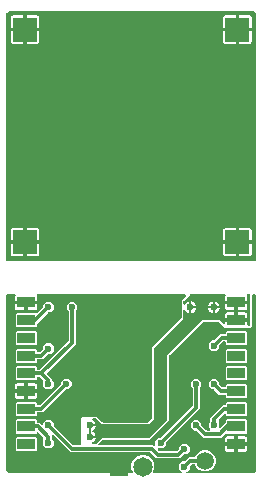
<source format=gbr>
G04 EAGLE Gerber X2 export*
G75*
%MOMM*%
%FSLAX34Y34*%
%LPD*%
%AMOC8*
5,1,8,0,0,1.08239X$1,22.5*%
G01*
%ADD10R,1.485000X0.900000*%
%ADD11C,1.650000*%
%ADD12R,1.650000X1.650000*%
%ADD13C,1.500000*%
%ADD14C,0.750000*%
%ADD15C,0.700000*%
%ADD16R,2.000000X2.000000*%
%ADD17C,0.600000*%
%ADD18C,0.304800*%

G36*
X215020Y274242D02*
X215020Y274242D01*
X215039Y274240D01*
X215141Y274262D01*
X215243Y274279D01*
X215260Y274288D01*
X215280Y274292D01*
X215369Y274345D01*
X215460Y274394D01*
X215474Y274408D01*
X215491Y274418D01*
X215558Y274497D01*
X215630Y274572D01*
X215638Y274590D01*
X215651Y274605D01*
X215690Y274701D01*
X215733Y274795D01*
X215735Y274815D01*
X215743Y274833D01*
X215761Y275000D01*
X215761Y483245D01*
X215751Y483310D01*
X215750Y483375D01*
X215727Y483455D01*
X215722Y483488D01*
X215712Y483505D01*
X215703Y483537D01*
X215672Y483612D01*
X215637Y483667D01*
X215612Y483727D01*
X215560Y483793D01*
X215542Y483821D01*
X215527Y483833D01*
X215507Y483858D01*
X213858Y485507D01*
X213805Y485545D01*
X213759Y485591D01*
X213685Y485632D01*
X213659Y485651D01*
X213640Y485656D01*
X213612Y485672D01*
X213537Y485703D01*
X213473Y485718D01*
X213412Y485743D01*
X213329Y485752D01*
X213297Y485759D01*
X213278Y485758D01*
X213245Y485761D01*
X6755Y485761D01*
X6690Y485751D01*
X6625Y485750D01*
X6545Y485727D01*
X6512Y485722D01*
X6495Y485712D01*
X6463Y485703D01*
X6388Y485672D01*
X6333Y485637D01*
X6273Y485612D01*
X6207Y485560D01*
X6179Y485542D01*
X6167Y485527D01*
X6142Y485507D01*
X4493Y483858D01*
X4455Y483805D01*
X4409Y483758D01*
X4369Y483685D01*
X4349Y483659D01*
X4344Y483640D01*
X4328Y483611D01*
X4297Y483536D01*
X4282Y483473D01*
X4257Y483412D01*
X4248Y483329D01*
X4241Y483297D01*
X4242Y483278D01*
X4239Y483245D01*
X4239Y275000D01*
X4242Y274980D01*
X4240Y274961D01*
X4262Y274859D01*
X4279Y274757D01*
X4288Y274740D01*
X4292Y274720D01*
X4345Y274631D01*
X4394Y274540D01*
X4408Y274526D01*
X4418Y274509D01*
X4497Y274442D01*
X4572Y274371D01*
X4590Y274362D01*
X4605Y274349D01*
X4701Y274310D01*
X4795Y274267D01*
X4815Y274265D01*
X4833Y274257D01*
X5000Y274239D01*
X215000Y274239D01*
X215020Y274242D01*
G37*
G36*
X110738Y94246D02*
X110738Y94246D01*
X110784Y94244D01*
X110859Y94266D01*
X110936Y94279D01*
X110976Y94300D01*
X111020Y94313D01*
X111084Y94357D01*
X111153Y94394D01*
X111185Y94427D01*
X111222Y94453D01*
X111269Y94516D01*
X111322Y94572D01*
X111342Y94614D01*
X111369Y94650D01*
X111393Y94724D01*
X111426Y94795D01*
X111431Y94841D01*
X111445Y94884D01*
X111445Y94962D01*
X111453Y95039D01*
X111443Y95084D01*
X111443Y95130D01*
X111405Y95262D01*
X111401Y95280D01*
X111398Y95284D01*
X111396Y95291D01*
X110249Y98060D01*
X110249Y101940D01*
X111734Y105523D01*
X114477Y108266D01*
X118060Y109751D01*
X121940Y109751D01*
X125523Y108266D01*
X128266Y105523D01*
X129751Y101940D01*
X129751Y98060D01*
X128604Y95291D01*
X128593Y95247D01*
X128574Y95205D01*
X128565Y95128D01*
X128548Y95052D01*
X128552Y95006D01*
X128547Y94961D01*
X128563Y94884D01*
X128571Y94807D01*
X128589Y94765D01*
X128599Y94720D01*
X128639Y94653D01*
X128671Y94582D01*
X128702Y94548D01*
X128725Y94509D01*
X128784Y94459D01*
X128837Y94401D01*
X128877Y94379D01*
X128912Y94349D01*
X128984Y94320D01*
X129053Y94283D01*
X129098Y94274D01*
X129140Y94257D01*
X129276Y94242D01*
X129295Y94239D01*
X129300Y94240D01*
X129307Y94239D01*
X152558Y94239D01*
X152629Y94250D01*
X152701Y94252D01*
X152750Y94270D01*
X152801Y94279D01*
X152865Y94312D01*
X152932Y94337D01*
X152973Y94369D01*
X153019Y94394D01*
X153068Y94446D01*
X153124Y94490D01*
X153152Y94534D01*
X153188Y94572D01*
X153218Y94637D01*
X153257Y94697D01*
X153270Y94748D01*
X153292Y94795D01*
X153299Y94866D01*
X153317Y94936D01*
X153313Y94988D01*
X153319Y95039D01*
X153303Y95110D01*
X153298Y95181D01*
X153277Y95229D01*
X153266Y95280D01*
X153230Y95341D01*
X153202Y95407D01*
X153157Y95463D01*
X153140Y95491D01*
X153122Y95506D01*
X153097Y95538D01*
X150499Y98136D01*
X150499Y101864D01*
X153136Y104501D01*
X154908Y104501D01*
X154998Y104515D01*
X155089Y104523D01*
X155119Y104535D01*
X155151Y104540D01*
X155231Y104583D01*
X155315Y104619D01*
X155347Y104645D01*
X155368Y104656D01*
X155390Y104679D01*
X155446Y104724D01*
X158747Y108025D01*
X163502Y108025D01*
X163617Y108044D01*
X163733Y108061D01*
X163739Y108063D01*
X163745Y108064D01*
X163847Y108119D01*
X163952Y108172D01*
X163957Y108177D01*
X163962Y108180D01*
X164042Y108264D01*
X164124Y108348D01*
X164128Y108354D01*
X164131Y108358D01*
X164139Y108375D01*
X164205Y108495D01*
X164870Y110099D01*
X167401Y112630D01*
X170710Y114001D01*
X174290Y114001D01*
X177599Y112630D01*
X180130Y110099D01*
X181501Y106790D01*
X181501Y103210D01*
X180130Y99901D01*
X177599Y97370D01*
X174290Y95999D01*
X170710Y95999D01*
X167401Y97370D01*
X164870Y99901D01*
X164205Y101505D01*
X164143Y101605D01*
X164084Y101705D01*
X164079Y101709D01*
X164076Y101714D01*
X163985Y101789D01*
X163897Y101865D01*
X163891Y101867D01*
X163886Y101871D01*
X163778Y101913D01*
X163669Y101957D01*
X163661Y101958D01*
X163657Y101959D01*
X163638Y101960D01*
X163502Y101975D01*
X161568Y101975D01*
X161478Y101961D01*
X161387Y101953D01*
X161357Y101941D01*
X161325Y101936D01*
X161245Y101893D01*
X161161Y101857D01*
X161129Y101831D01*
X161108Y101820D01*
X161086Y101797D01*
X161030Y101752D01*
X159724Y100446D01*
X159671Y100372D01*
X159611Y100303D01*
X159599Y100273D01*
X159580Y100246D01*
X159553Y100159D01*
X159519Y100075D01*
X159515Y100034D01*
X159508Y100011D01*
X159509Y99979D01*
X159501Y99908D01*
X159501Y98136D01*
X156903Y95538D01*
X156861Y95480D01*
X156812Y95428D01*
X156790Y95381D01*
X156760Y95339D01*
X156739Y95270D01*
X156708Y95205D01*
X156703Y95153D01*
X156687Y95103D01*
X156689Y95032D01*
X156681Y94961D01*
X156692Y94910D01*
X156694Y94858D01*
X156718Y94790D01*
X156734Y94720D01*
X156760Y94676D01*
X156778Y94627D01*
X156823Y94571D01*
X156860Y94509D01*
X156899Y94475D01*
X156932Y94435D01*
X156992Y94396D01*
X157047Y94349D01*
X157095Y94330D01*
X157139Y94302D01*
X157208Y94284D01*
X157275Y94257D01*
X157346Y94249D01*
X157377Y94241D01*
X157401Y94243D01*
X157442Y94239D01*
X213245Y94239D01*
X213310Y94249D01*
X213375Y94250D01*
X213455Y94273D01*
X213488Y94279D01*
X213505Y94288D01*
X213536Y94297D01*
X213611Y94328D01*
X213667Y94362D01*
X213727Y94388D01*
X213792Y94440D01*
X213820Y94457D01*
X213833Y94472D01*
X213858Y94493D01*
X215507Y96142D01*
X215545Y96195D01*
X215591Y96241D01*
X215631Y96315D01*
X215651Y96341D01*
X215656Y96360D01*
X215672Y96388D01*
X215703Y96464D01*
X215718Y96527D01*
X215743Y96588D01*
X215752Y96671D01*
X215759Y96703D01*
X215758Y96722D01*
X215761Y96755D01*
X215761Y245000D01*
X215758Y245020D01*
X215760Y245039D01*
X215738Y245141D01*
X215722Y245243D01*
X215712Y245260D01*
X215708Y245280D01*
X215655Y245369D01*
X215606Y245460D01*
X215592Y245474D01*
X215582Y245491D01*
X215503Y245558D01*
X215428Y245630D01*
X215410Y245638D01*
X215395Y245651D01*
X215299Y245690D01*
X215205Y245733D01*
X215185Y245735D01*
X215167Y245743D01*
X215000Y245761D01*
X213024Y245761D01*
X213004Y245758D01*
X212985Y245760D01*
X212883Y245738D01*
X212781Y245722D01*
X212764Y245712D01*
X212744Y245708D01*
X212655Y245655D01*
X212564Y245606D01*
X212550Y245592D01*
X212533Y245582D01*
X212466Y245503D01*
X212394Y245428D01*
X212386Y245410D01*
X212373Y245395D01*
X212334Y245299D01*
X212291Y245205D01*
X212289Y245185D01*
X212281Y245167D01*
X212263Y245000D01*
X212263Y219063D01*
X210937Y217737D01*
X189063Y217737D01*
X187514Y219286D01*
X185538Y221262D01*
X184286Y222514D01*
X184212Y222567D01*
X184142Y222627D01*
X184112Y222639D01*
X184086Y222658D01*
X183999Y222685D01*
X183914Y222719D01*
X183873Y222723D01*
X183851Y222730D01*
X183819Y222729D01*
X183747Y222737D01*
X171253Y222737D01*
X171162Y222723D01*
X171072Y222715D01*
X171042Y222703D01*
X171010Y222698D01*
X170929Y222655D01*
X170845Y222619D01*
X170813Y222593D01*
X170792Y222582D01*
X170770Y222559D01*
X170714Y222514D01*
X142486Y194286D01*
X142433Y194212D01*
X142373Y194142D01*
X142361Y194112D01*
X142342Y194086D01*
X142315Y193999D01*
X142281Y193914D01*
X142277Y193873D01*
X142270Y193851D01*
X142271Y193819D01*
X142263Y193747D01*
X142263Y139063D01*
X125937Y122737D01*
X86253Y122737D01*
X86162Y122723D01*
X86072Y122715D01*
X86042Y122703D01*
X86010Y122698D01*
X85929Y122655D01*
X85845Y122619D01*
X85813Y122593D01*
X85792Y122582D01*
X85770Y122559D01*
X85714Y122514D01*
X82524Y119324D01*
X82482Y119266D01*
X82433Y119214D01*
X82411Y119167D01*
X82381Y119125D01*
X82360Y119056D01*
X82329Y118991D01*
X82324Y118939D01*
X82308Y118889D01*
X82310Y118818D01*
X82302Y118747D01*
X82313Y118696D01*
X82315Y118644D01*
X82339Y118576D01*
X82355Y118506D01*
X82381Y118461D01*
X82399Y118413D01*
X82444Y118357D01*
X82481Y118295D01*
X82520Y118261D01*
X82553Y118221D01*
X82613Y118182D01*
X82668Y118135D01*
X82716Y118116D01*
X82760Y118088D01*
X82829Y118070D01*
X82896Y118043D01*
X82967Y118035D01*
X82998Y118027D01*
X83022Y118029D01*
X83063Y118025D01*
X128753Y118025D01*
X129200Y117578D01*
X129258Y117536D01*
X129310Y117487D01*
X129357Y117465D01*
X129399Y117434D01*
X129468Y117413D01*
X129533Y117383D01*
X129585Y117377D01*
X129635Y117362D01*
X129706Y117364D01*
X129777Y117356D01*
X129828Y117367D01*
X129880Y117368D01*
X129948Y117393D01*
X130018Y117408D01*
X130063Y117435D01*
X130111Y117453D01*
X130167Y117498D01*
X130229Y117534D01*
X130263Y117574D01*
X130303Y117606D01*
X130342Y117667D01*
X130389Y117721D01*
X130408Y117770D01*
X130436Y117813D01*
X130454Y117883D01*
X130481Y117949D01*
X130489Y118021D01*
X130497Y118052D01*
X130495Y118075D01*
X130499Y118116D01*
X130499Y121864D01*
X133136Y124501D01*
X134908Y124501D01*
X134998Y124515D01*
X135089Y124523D01*
X135119Y124535D01*
X135151Y124540D01*
X135231Y124583D01*
X135315Y124619D01*
X135347Y124645D01*
X135368Y124656D01*
X135390Y124679D01*
X135446Y124724D01*
X161752Y151030D01*
X161805Y151104D01*
X161865Y151173D01*
X161877Y151203D01*
X161896Y151230D01*
X161923Y151317D01*
X161957Y151401D01*
X161961Y151442D01*
X161968Y151465D01*
X161967Y151497D01*
X161975Y151568D01*
X161975Y166344D01*
X161961Y166434D01*
X161953Y166525D01*
X161941Y166555D01*
X161936Y166587D01*
X161893Y166668D01*
X161857Y166752D01*
X161831Y166784D01*
X161820Y166805D01*
X161797Y166827D01*
X161752Y166883D01*
X160499Y168136D01*
X160499Y171864D01*
X163136Y174501D01*
X166864Y174501D01*
X169501Y171864D01*
X169501Y168136D01*
X168248Y166883D01*
X168195Y166809D01*
X168135Y166739D01*
X168123Y166709D01*
X168104Y166683D01*
X168077Y166596D01*
X168043Y166511D01*
X168039Y166470D01*
X168032Y166448D01*
X168033Y166416D01*
X168025Y166344D01*
X168025Y148747D01*
X139724Y120446D01*
X139671Y120372D01*
X139611Y120303D01*
X139599Y120273D01*
X139580Y120246D01*
X139553Y120159D01*
X139519Y120075D01*
X139515Y120034D01*
X139508Y120011D01*
X139509Y119979D01*
X139501Y119908D01*
X139501Y118136D01*
X136864Y115499D01*
X133116Y115499D01*
X133045Y115488D01*
X132974Y115486D01*
X132925Y115468D01*
X132873Y115460D01*
X132810Y115426D01*
X132743Y115401D01*
X132702Y115369D01*
X132656Y115344D01*
X132607Y115292D01*
X132551Y115248D01*
X132523Y115204D01*
X132487Y115166D01*
X132456Y115101D01*
X132418Y115041D01*
X132405Y114990D01*
X132383Y114943D01*
X132375Y114872D01*
X132358Y114802D01*
X132362Y114750D01*
X132356Y114699D01*
X132371Y114628D01*
X132377Y114557D01*
X132397Y114509D01*
X132408Y114458D01*
X132445Y114397D01*
X132473Y114331D01*
X132518Y114275D01*
X132534Y114247D01*
X132552Y114232D01*
X132578Y114200D01*
X133530Y113248D01*
X133604Y113195D01*
X133673Y113135D01*
X133703Y113123D01*
X133730Y113104D01*
X133817Y113077D01*
X133901Y113043D01*
X133942Y113039D01*
X133965Y113032D01*
X133997Y113033D01*
X134068Y113025D01*
X148432Y113025D01*
X148522Y113039D01*
X148613Y113047D01*
X148643Y113059D01*
X148675Y113064D01*
X148755Y113107D01*
X148839Y113143D01*
X148871Y113169D01*
X148892Y113180D01*
X148914Y113203D01*
X148970Y113248D01*
X150276Y114554D01*
X150329Y114628D01*
X150389Y114697D01*
X150401Y114727D01*
X150420Y114754D01*
X150447Y114841D01*
X150481Y114925D01*
X150485Y114966D01*
X150492Y114989D01*
X150491Y115021D01*
X150499Y115092D01*
X150499Y116864D01*
X153136Y119501D01*
X156864Y119501D01*
X159501Y116864D01*
X159501Y113136D01*
X156864Y110499D01*
X155092Y110499D01*
X155002Y110485D01*
X154911Y110477D01*
X154881Y110465D01*
X154849Y110460D01*
X154769Y110417D01*
X154685Y110381D01*
X154653Y110355D01*
X154632Y110344D01*
X154610Y110321D01*
X154554Y110276D01*
X151253Y106975D01*
X131247Y106975D01*
X129252Y108970D01*
X126470Y111752D01*
X126396Y111805D01*
X126327Y111865D01*
X126297Y111877D01*
X126270Y111896D01*
X126183Y111923D01*
X126099Y111957D01*
X126058Y111961D01*
X126035Y111968D01*
X126003Y111967D01*
X125932Y111975D01*
X58747Y111975D01*
X56752Y113970D01*
X44324Y126398D01*
X44266Y126440D01*
X44214Y126489D01*
X44167Y126511D01*
X44125Y126542D01*
X44056Y126563D01*
X43991Y126593D01*
X43939Y126599D01*
X43889Y126614D01*
X43818Y126612D01*
X43747Y126620D01*
X43696Y126609D01*
X43644Y126608D01*
X43576Y126583D01*
X43506Y126568D01*
X43462Y126541D01*
X43413Y126523D01*
X43357Y126478D01*
X43295Y126442D01*
X43261Y126402D01*
X43221Y126370D01*
X43182Y126309D01*
X43135Y126255D01*
X43116Y126206D01*
X43088Y126163D01*
X43070Y126093D01*
X43043Y126027D01*
X43035Y125955D01*
X43027Y125924D01*
X43029Y125901D01*
X43025Y125860D01*
X43025Y123656D01*
X43039Y123566D01*
X43047Y123475D01*
X43059Y123445D01*
X43064Y123413D01*
X43107Y123332D01*
X43143Y123248D01*
X43169Y123216D01*
X43180Y123195D01*
X43203Y123173D01*
X43248Y123117D01*
X44501Y121864D01*
X44501Y118136D01*
X41864Y115499D01*
X38136Y115499D01*
X35538Y118097D01*
X35499Y118136D01*
X35499Y121864D01*
X35538Y121903D01*
X35586Y121970D01*
X35593Y121977D01*
X35595Y121981D01*
X35651Y122047D01*
X35663Y122077D01*
X35682Y122103D01*
X35709Y122190D01*
X35743Y122275D01*
X35747Y122316D01*
X35754Y122338D01*
X35753Y122370D01*
X35761Y122442D01*
X35761Y124646D01*
X35747Y124736D01*
X35739Y124827D01*
X35727Y124857D01*
X35722Y124889D01*
X35679Y124969D01*
X35643Y125053D01*
X35617Y125085D01*
X35606Y125106D01*
X35583Y125128D01*
X35538Y125184D01*
X31300Y129422D01*
X31242Y129464D01*
X31190Y129513D01*
X31143Y129535D01*
X31101Y129566D01*
X31032Y129587D01*
X30967Y129617D01*
X30915Y129623D01*
X30865Y129638D01*
X30794Y129636D01*
X30723Y129644D01*
X30672Y129633D01*
X30620Y129632D01*
X30552Y129607D01*
X30482Y129592D01*
X30438Y129565D01*
X30389Y129547D01*
X30333Y129502D01*
X30271Y129466D01*
X30237Y129426D01*
X30197Y129394D01*
X30158Y129333D01*
X30111Y129279D01*
X30092Y129230D01*
X30064Y129187D01*
X30046Y129117D01*
X30019Y129051D01*
X30011Y128979D01*
X30003Y128948D01*
X30005Y128925D01*
X30001Y128884D01*
X30001Y128878D01*
X29122Y127999D01*
X13028Y127999D01*
X12149Y128878D01*
X12149Y139122D01*
X13028Y140001D01*
X29122Y140001D01*
X30001Y139122D01*
X30001Y137786D01*
X30004Y137766D01*
X30002Y137747D01*
X30024Y137645D01*
X30040Y137543D01*
X30050Y137526D01*
X30054Y137506D01*
X30107Y137417D01*
X30156Y137326D01*
X30170Y137312D01*
X30180Y137295D01*
X30259Y137228D01*
X30334Y137156D01*
X30352Y137148D01*
X30367Y137135D01*
X30463Y137096D01*
X30557Y137053D01*
X30577Y137051D01*
X30595Y137043D01*
X30762Y137025D01*
X32253Y137025D01*
X34200Y135078D01*
X34258Y135036D01*
X34310Y134987D01*
X34357Y134965D01*
X34399Y134934D01*
X34468Y134913D01*
X34533Y134883D01*
X34585Y134877D01*
X34635Y134862D01*
X34706Y134864D01*
X34777Y134856D01*
X34828Y134867D01*
X34880Y134868D01*
X34948Y134893D01*
X35018Y134908D01*
X35063Y134935D01*
X35111Y134953D01*
X35167Y134998D01*
X35229Y135034D01*
X35263Y135074D01*
X35303Y135106D01*
X35342Y135167D01*
X35389Y135221D01*
X35408Y135270D01*
X35436Y135313D01*
X35454Y135383D01*
X35481Y135449D01*
X35489Y135521D01*
X35497Y135552D01*
X35495Y135575D01*
X35499Y135616D01*
X35499Y136864D01*
X35538Y136903D01*
X38136Y139501D01*
X41864Y139501D01*
X44501Y136864D01*
X44501Y135092D01*
X44515Y135002D01*
X44523Y134911D01*
X44535Y134881D01*
X44540Y134849D01*
X44583Y134769D01*
X44619Y134685D01*
X44645Y134653D01*
X44656Y134632D01*
X44679Y134610D01*
X44724Y134554D01*
X61030Y118248D01*
X61104Y118195D01*
X61173Y118135D01*
X61203Y118123D01*
X61230Y118104D01*
X61317Y118077D01*
X61401Y118043D01*
X61442Y118039D01*
X61465Y118032D01*
X61497Y118033D01*
X61568Y118025D01*
X66976Y118025D01*
X66996Y118028D01*
X67015Y118026D01*
X67117Y118048D01*
X67219Y118064D01*
X67236Y118074D01*
X67256Y118078D01*
X67345Y118131D01*
X67436Y118180D01*
X67450Y118194D01*
X67467Y118204D01*
X67534Y118283D01*
X67606Y118358D01*
X67614Y118376D01*
X67627Y118391D01*
X67666Y118487D01*
X67709Y118581D01*
X67711Y118601D01*
X67719Y118619D01*
X67737Y118786D01*
X67737Y140937D01*
X69063Y142263D01*
X80937Y142263D01*
X85714Y137486D01*
X85788Y137433D01*
X85858Y137373D01*
X85888Y137361D01*
X85914Y137342D01*
X86001Y137315D01*
X86086Y137281D01*
X86127Y137277D01*
X86149Y137270D01*
X86181Y137271D01*
X86253Y137263D01*
X123747Y137263D01*
X123838Y137277D01*
X123928Y137285D01*
X123958Y137297D01*
X123990Y137302D01*
X124071Y137345D01*
X124155Y137381D01*
X124187Y137407D01*
X124208Y137418D01*
X124230Y137441D01*
X124286Y137486D01*
X127514Y140714D01*
X127567Y140788D01*
X127627Y140858D01*
X127639Y140888D01*
X127658Y140914D01*
X127685Y141001D01*
X127719Y141086D01*
X127723Y141127D01*
X127730Y141149D01*
X127729Y141181D01*
X127737Y141253D01*
X127737Y200937D01*
X152514Y225714D01*
X152567Y225788D01*
X152627Y225858D01*
X152639Y225888D01*
X152658Y225914D01*
X152685Y226001D01*
X152719Y226086D01*
X152723Y226127D01*
X152730Y226149D01*
X152729Y226181D01*
X152737Y226253D01*
X152737Y240937D01*
X156262Y244462D01*
X156304Y244520D01*
X156353Y244572D01*
X156375Y244619D01*
X156405Y244661D01*
X156426Y244730D01*
X156457Y244795D01*
X156462Y244847D01*
X156478Y244897D01*
X156476Y244968D01*
X156484Y245039D01*
X156473Y245090D01*
X156471Y245142D01*
X156447Y245210D01*
X156431Y245280D01*
X156405Y245324D01*
X156387Y245373D01*
X156342Y245429D01*
X156305Y245491D01*
X156266Y245525D01*
X156233Y245565D01*
X156173Y245604D01*
X156118Y245651D01*
X156070Y245670D01*
X156026Y245698D01*
X155957Y245716D01*
X155890Y245743D01*
X155819Y245751D01*
X155788Y245759D01*
X155764Y245757D01*
X155723Y245761D01*
X30823Y245761D01*
X30729Y245746D01*
X30634Y245737D01*
X30608Y245726D01*
X30580Y245722D01*
X30496Y245677D01*
X30409Y245639D01*
X30388Y245620D01*
X30363Y245606D01*
X30298Y245537D01*
X30227Y245473D01*
X30213Y245449D01*
X30194Y245428D01*
X30154Y245342D01*
X30107Y245258D01*
X30102Y245231D01*
X30090Y245205D01*
X30080Y245110D01*
X30062Y245017D01*
X30066Y244989D01*
X30063Y244961D01*
X30083Y244867D01*
X30097Y244773D01*
X30111Y244741D01*
X30115Y244720D01*
X30132Y244692D01*
X30164Y244619D01*
X30364Y244272D01*
X30501Y243763D01*
X30501Y240523D01*
X21837Y240523D01*
X21817Y240520D01*
X21798Y240522D01*
X21696Y240500D01*
X21594Y240483D01*
X21577Y240474D01*
X21557Y240470D01*
X21468Y240417D01*
X21377Y240368D01*
X21363Y240354D01*
X21346Y240344D01*
X21279Y240265D01*
X21208Y240190D01*
X21199Y240172D01*
X21186Y240157D01*
X21147Y240061D01*
X21104Y239967D01*
X21102Y239947D01*
X21094Y239929D01*
X21076Y239762D01*
X21076Y238999D01*
X21074Y238999D01*
X21074Y239762D01*
X21071Y239782D01*
X21073Y239801D01*
X21051Y239903D01*
X21034Y240005D01*
X21025Y240022D01*
X21021Y240042D01*
X20968Y240131D01*
X20919Y240222D01*
X20905Y240236D01*
X20895Y240253D01*
X20816Y240320D01*
X20741Y240391D01*
X20723Y240400D01*
X20708Y240413D01*
X20612Y240452D01*
X20518Y240495D01*
X20498Y240497D01*
X20480Y240505D01*
X20313Y240523D01*
X11649Y240523D01*
X11649Y243763D01*
X11786Y244272D01*
X11986Y244619D01*
X12020Y244709D01*
X12060Y244795D01*
X12063Y244823D01*
X12073Y244849D01*
X12077Y244945D01*
X12087Y245039D01*
X12081Y245067D01*
X12082Y245095D01*
X12055Y245187D01*
X12035Y245280D01*
X12020Y245304D01*
X12012Y245331D01*
X11957Y245409D01*
X11909Y245491D01*
X11887Y245509D01*
X11871Y245532D01*
X11794Y245589D01*
X11722Y245651D01*
X11695Y245661D01*
X11673Y245678D01*
X11582Y245707D01*
X11493Y245743D01*
X11458Y245747D01*
X11438Y245753D01*
X11406Y245753D01*
X11327Y245761D01*
X5000Y245761D01*
X4980Y245758D01*
X4961Y245760D01*
X4859Y245738D01*
X4757Y245722D01*
X4740Y245712D01*
X4720Y245708D01*
X4631Y245655D01*
X4540Y245606D01*
X4526Y245592D01*
X4509Y245582D01*
X4442Y245503D01*
X4371Y245428D01*
X4362Y245410D01*
X4349Y245395D01*
X4310Y245299D01*
X4267Y245205D01*
X4265Y245185D01*
X4257Y245167D01*
X4239Y245000D01*
X4239Y96755D01*
X4249Y96690D01*
X4250Y96625D01*
X4273Y96545D01*
X4279Y96512D01*
X4288Y96495D01*
X4297Y96464D01*
X4328Y96389D01*
X4362Y96333D01*
X4388Y96273D01*
X4440Y96208D01*
X4457Y96180D01*
X4472Y96167D01*
X4493Y96142D01*
X6142Y94493D01*
X6195Y94455D01*
X6242Y94409D01*
X6315Y94368D01*
X6341Y94349D01*
X6360Y94344D01*
X6389Y94328D01*
X6464Y94297D01*
X6528Y94282D01*
X6588Y94257D01*
X6671Y94248D01*
X6703Y94241D01*
X6723Y94242D01*
X6755Y94239D01*
X110693Y94239D01*
X110738Y94246D01*
G37*
G36*
X80090Y119254D02*
X80090Y119254D01*
X80181Y119261D01*
X80211Y119273D01*
X80243Y119279D01*
X80323Y119321D01*
X80407Y119357D01*
X80439Y119383D01*
X80460Y119394D01*
X80482Y119417D01*
X80538Y119462D01*
X85315Y124239D01*
X125000Y124239D01*
X125090Y124254D01*
X125181Y124261D01*
X125211Y124273D01*
X125243Y124279D01*
X125323Y124321D01*
X125407Y124357D01*
X125439Y124383D01*
X125460Y124394D01*
X125482Y124417D01*
X125538Y124462D01*
X140538Y139462D01*
X140591Y139536D01*
X140651Y139605D01*
X140663Y139635D01*
X140682Y139661D01*
X140709Y139748D01*
X140743Y139833D01*
X140747Y139874D01*
X140754Y139897D01*
X140753Y139929D01*
X140761Y140000D01*
X140761Y194685D01*
X170315Y224239D01*
X184685Y224239D01*
X188200Y220724D01*
X188258Y220682D01*
X188310Y220632D01*
X188357Y220611D01*
X188399Y220580D01*
X188468Y220559D01*
X188533Y220529D01*
X188585Y220523D01*
X188635Y220508D01*
X188706Y220510D01*
X188777Y220502D01*
X188828Y220513D01*
X188880Y220514D01*
X188948Y220539D01*
X189018Y220554D01*
X189063Y220581D01*
X189111Y220599D01*
X189167Y220643D01*
X189229Y220680D01*
X189263Y220720D01*
X189303Y220752D01*
X189342Y220813D01*
X189389Y220867D01*
X189408Y220915D01*
X189436Y220959D01*
X189454Y221029D01*
X189481Y221095D01*
X189489Y221167D01*
X189497Y221198D01*
X189495Y221221D01*
X189499Y221262D01*
X189499Y222477D01*
X198163Y222477D01*
X198183Y222480D01*
X198202Y222478D01*
X198304Y222500D01*
X198406Y222517D01*
X198423Y222526D01*
X198443Y222530D01*
X198532Y222583D01*
X198623Y222632D01*
X198637Y222646D01*
X198654Y222656D01*
X198721Y222735D01*
X198792Y222810D01*
X198801Y222828D01*
X198814Y222843D01*
X198853Y222939D01*
X198896Y223033D01*
X198898Y223053D01*
X198906Y223071D01*
X198924Y223238D01*
X198924Y224001D01*
X198926Y224001D01*
X198926Y223238D01*
X198929Y223218D01*
X198927Y223199D01*
X198949Y223097D01*
X198966Y222995D01*
X198975Y222978D01*
X198979Y222958D01*
X199032Y222869D01*
X199081Y222778D01*
X199095Y222764D01*
X199105Y222747D01*
X199184Y222680D01*
X199259Y222609D01*
X199277Y222600D01*
X199292Y222587D01*
X199388Y222548D01*
X199482Y222505D01*
X199502Y222503D01*
X199520Y222495D01*
X199687Y222477D01*
X208351Y222477D01*
X208351Y220000D01*
X208354Y219980D01*
X208352Y219961D01*
X208374Y219859D01*
X208390Y219757D01*
X208400Y219740D01*
X208404Y219720D01*
X208457Y219631D01*
X208506Y219540D01*
X208520Y219526D01*
X208530Y219509D01*
X208609Y219442D01*
X208684Y219371D01*
X208702Y219362D01*
X208717Y219349D01*
X208813Y219310D01*
X208907Y219267D01*
X208927Y219265D01*
X208945Y219257D01*
X209112Y219239D01*
X210000Y219239D01*
X210020Y219242D01*
X210039Y219240D01*
X210141Y219262D01*
X210243Y219279D01*
X210260Y219288D01*
X210280Y219292D01*
X210369Y219345D01*
X210460Y219394D01*
X210474Y219408D01*
X210491Y219418D01*
X210558Y219497D01*
X210630Y219572D01*
X210638Y219590D01*
X210651Y219605D01*
X210690Y219701D01*
X210733Y219795D01*
X210735Y219815D01*
X210743Y219833D01*
X210761Y220000D01*
X210761Y245000D01*
X210758Y245020D01*
X210760Y245039D01*
X210738Y245141D01*
X210722Y245243D01*
X210712Y245260D01*
X210708Y245280D01*
X210655Y245369D01*
X210606Y245460D01*
X210592Y245474D01*
X210582Y245491D01*
X210503Y245558D01*
X210428Y245630D01*
X210410Y245638D01*
X210395Y245651D01*
X210299Y245690D01*
X210205Y245733D01*
X210185Y245735D01*
X210167Y245743D01*
X210000Y245761D01*
X208673Y245761D01*
X208579Y245746D01*
X208484Y245737D01*
X208458Y245726D01*
X208430Y245722D01*
X208346Y245677D01*
X208259Y245639D01*
X208238Y245620D01*
X208213Y245606D01*
X208148Y245537D01*
X208077Y245473D01*
X208063Y245449D01*
X208044Y245428D01*
X208004Y245342D01*
X207957Y245258D01*
X207952Y245231D01*
X207940Y245205D01*
X207930Y245110D01*
X207912Y245017D01*
X207916Y244989D01*
X207913Y244961D01*
X207933Y244867D01*
X207947Y244773D01*
X207961Y244741D01*
X207965Y244720D01*
X207982Y244692D01*
X208014Y244619D01*
X208214Y244272D01*
X208351Y243763D01*
X208351Y240523D01*
X199687Y240523D01*
X199667Y240520D01*
X199648Y240522D01*
X199546Y240500D01*
X199444Y240483D01*
X199427Y240474D01*
X199407Y240470D01*
X199318Y240417D01*
X199227Y240368D01*
X199213Y240354D01*
X199196Y240344D01*
X199129Y240265D01*
X199058Y240190D01*
X199049Y240172D01*
X199036Y240157D01*
X198997Y240061D01*
X198954Y239967D01*
X198952Y239947D01*
X198944Y239929D01*
X198926Y239762D01*
X198926Y238999D01*
X198924Y238999D01*
X198924Y239762D01*
X198921Y239782D01*
X198923Y239801D01*
X198901Y239903D01*
X198884Y240005D01*
X198875Y240022D01*
X198871Y240042D01*
X198818Y240131D01*
X198769Y240222D01*
X198755Y240236D01*
X198745Y240253D01*
X198666Y240320D01*
X198591Y240391D01*
X198573Y240400D01*
X198558Y240413D01*
X198462Y240452D01*
X198368Y240495D01*
X198348Y240497D01*
X198330Y240505D01*
X198163Y240523D01*
X189499Y240523D01*
X189499Y243763D01*
X189636Y244272D01*
X189836Y244619D01*
X189870Y244709D01*
X189910Y244795D01*
X189913Y244823D01*
X189923Y244849D01*
X189927Y244945D01*
X189937Y245039D01*
X189931Y245067D01*
X189932Y245095D01*
X189905Y245187D01*
X189885Y245280D01*
X189870Y245304D01*
X189862Y245331D01*
X189807Y245409D01*
X189759Y245491D01*
X189737Y245509D01*
X189721Y245532D01*
X189644Y245589D01*
X189572Y245651D01*
X189545Y245661D01*
X189523Y245678D01*
X189432Y245707D01*
X189343Y245743D01*
X189308Y245747D01*
X189288Y245753D01*
X189256Y245753D01*
X189177Y245761D01*
X160000Y245761D01*
X159910Y245747D01*
X159819Y245739D01*
X159789Y245727D01*
X159757Y245722D01*
X159677Y245679D01*
X159593Y245643D01*
X159561Y245617D01*
X159540Y245606D01*
X159518Y245583D01*
X159462Y245538D01*
X154462Y240538D01*
X154409Y240464D01*
X154349Y240395D01*
X154337Y240365D01*
X154318Y240339D01*
X154291Y240252D01*
X154257Y240167D01*
X154253Y240126D01*
X154246Y240103D01*
X154247Y240071D01*
X154239Y240000D01*
X154239Y237864D01*
X154247Y237816D01*
X154245Y237768D01*
X154266Y237696D01*
X154279Y237621D01*
X154301Y237579D01*
X154315Y237533D01*
X154358Y237470D01*
X154394Y237404D01*
X154428Y237371D01*
X154456Y237331D01*
X154517Y237286D01*
X154572Y237234D01*
X154615Y237214D01*
X154654Y237186D01*
X154726Y237162D01*
X154795Y237131D01*
X154843Y237125D01*
X154888Y237111D01*
X154964Y237112D01*
X155039Y237103D01*
X155086Y237114D01*
X155134Y237114D01*
X155206Y237140D01*
X155280Y237156D01*
X155321Y237180D01*
X155366Y237196D01*
X155426Y237243D01*
X155491Y237282D01*
X155522Y237318D01*
X155560Y237348D01*
X155636Y237452D01*
X155651Y237469D01*
X155653Y237475D01*
X155659Y237483D01*
X155998Y238071D01*
X156929Y239002D01*
X158070Y239660D01*
X159126Y239943D01*
X159126Y235113D01*
X159129Y235094D01*
X159127Y235074D01*
X159140Y235014D01*
X159126Y234887D01*
X159126Y230057D01*
X158070Y230340D01*
X156929Y230998D01*
X155998Y231929D01*
X155659Y232517D01*
X155629Y232554D01*
X155606Y232596D01*
X155552Y232649D01*
X155504Y232707D01*
X155463Y232733D01*
X155428Y232766D01*
X155359Y232798D01*
X155295Y232838D01*
X155249Y232849D01*
X155205Y232869D01*
X155130Y232878D01*
X155056Y232895D01*
X155008Y232891D01*
X154961Y232897D01*
X154886Y232880D01*
X154811Y232874D01*
X154767Y232854D01*
X154720Y232844D01*
X154655Y232805D01*
X154586Y232775D01*
X154550Y232743D01*
X154509Y232718D01*
X154460Y232660D01*
X154404Y232610D01*
X154380Y232568D01*
X154349Y232531D01*
X154321Y232461D01*
X154284Y232395D01*
X154275Y232348D01*
X154257Y232303D01*
X154243Y232175D01*
X154239Y232153D01*
X154240Y232146D01*
X154239Y232136D01*
X154239Y225315D01*
X129462Y200538D01*
X129409Y200464D01*
X129349Y200395D01*
X129337Y200365D01*
X129318Y200339D01*
X129291Y200252D01*
X129257Y200167D01*
X129253Y200126D01*
X129246Y200103D01*
X129247Y200071D01*
X129239Y200000D01*
X129239Y140315D01*
X124685Y135761D01*
X85315Y135761D01*
X80538Y140538D01*
X80464Y140591D01*
X80395Y140651D01*
X80365Y140663D01*
X80339Y140682D01*
X80252Y140709D01*
X80167Y140743D01*
X80126Y140747D01*
X80103Y140754D01*
X80071Y140753D01*
X80000Y140761D01*
X77864Y140761D01*
X77816Y140754D01*
X77768Y140755D01*
X77696Y140734D01*
X77621Y140722D01*
X77579Y140699D01*
X77533Y140685D01*
X77470Y140642D01*
X77404Y140606D01*
X77371Y140572D01*
X77331Y140544D01*
X77286Y140483D01*
X77234Y140428D01*
X77214Y140385D01*
X77186Y140346D01*
X77163Y140274D01*
X77131Y140205D01*
X77125Y140157D01*
X77111Y140112D01*
X77112Y140036D01*
X77103Y139961D01*
X77114Y139914D01*
X77114Y139866D01*
X77140Y139794D01*
X77156Y139720D01*
X77180Y139679D01*
X77196Y139634D01*
X77243Y139574D01*
X77282Y139509D01*
X77318Y139478D01*
X77348Y139440D01*
X77452Y139364D01*
X77469Y139349D01*
X77475Y139347D01*
X77483Y139341D01*
X78071Y139002D01*
X79002Y138071D01*
X79660Y136930D01*
X79943Y135874D01*
X75113Y135874D01*
X75094Y135871D01*
X75074Y135873D01*
X74972Y135851D01*
X74870Y135835D01*
X74853Y135825D01*
X74833Y135821D01*
X74744Y135768D01*
X74653Y135719D01*
X74639Y135705D01*
X74622Y135695D01*
X74555Y135616D01*
X74484Y135541D01*
X74475Y135523D01*
X74469Y135515D01*
X74427Y135493D01*
X74413Y135479D01*
X74396Y135469D01*
X74329Y135390D01*
X74257Y135315D01*
X74249Y135297D01*
X74236Y135282D01*
X74197Y135185D01*
X74154Y135092D01*
X74152Y135072D01*
X74144Y135054D01*
X74126Y134887D01*
X74126Y125113D01*
X74129Y125094D01*
X74127Y125074D01*
X74149Y124972D01*
X74165Y124870D01*
X74175Y124853D01*
X74179Y124833D01*
X74232Y124744D01*
X74281Y124653D01*
X74295Y124639D01*
X74305Y124622D01*
X74384Y124555D01*
X74459Y124484D01*
X74477Y124475D01*
X74485Y124469D01*
X74507Y124427D01*
X74521Y124413D01*
X74531Y124396D01*
X74610Y124329D01*
X74685Y124257D01*
X74703Y124249D01*
X74718Y124236D01*
X74815Y124197D01*
X74908Y124154D01*
X74928Y124152D01*
X74946Y124144D01*
X75113Y124126D01*
X79943Y124126D01*
X79660Y123070D01*
X79002Y121929D01*
X78071Y120998D01*
X77483Y120659D01*
X77446Y120629D01*
X77404Y120606D01*
X77351Y120552D01*
X77293Y120504D01*
X77267Y120463D01*
X77234Y120428D01*
X77202Y120359D01*
X77162Y120295D01*
X77151Y120249D01*
X77131Y120205D01*
X77122Y120130D01*
X77105Y120056D01*
X77109Y120008D01*
X77103Y119961D01*
X77120Y119886D01*
X77126Y119811D01*
X77146Y119767D01*
X77156Y119720D01*
X77195Y119655D01*
X77225Y119586D01*
X77257Y119550D01*
X77282Y119509D01*
X77340Y119460D01*
X77390Y119404D01*
X77432Y119380D01*
X77469Y119349D01*
X77539Y119321D01*
X77605Y119284D01*
X77652Y119275D01*
X77697Y119257D01*
X77825Y119243D01*
X77847Y119239D01*
X77854Y119240D01*
X77864Y119239D01*
X80000Y119239D01*
X80090Y119254D01*
G37*
%LPC*%
G36*
X171247Y124475D02*
X171247Y124475D01*
X165446Y130276D01*
X165372Y130329D01*
X165303Y130389D01*
X165273Y130401D01*
X165246Y130420D01*
X165159Y130447D01*
X165075Y130481D01*
X165034Y130485D01*
X165011Y130492D01*
X164979Y130491D01*
X164908Y130499D01*
X163136Y130499D01*
X160499Y133136D01*
X160499Y136864D01*
X163136Y139501D01*
X166864Y139501D01*
X169501Y136864D01*
X169501Y135092D01*
X169515Y135002D01*
X169523Y134911D01*
X169535Y134881D01*
X169540Y134849D01*
X169583Y134769D01*
X169619Y134685D01*
X169645Y134653D01*
X169656Y134632D01*
X169679Y134610D01*
X169724Y134554D01*
X173530Y130748D01*
X173604Y130695D01*
X173673Y130635D01*
X173703Y130623D01*
X173730Y130604D01*
X173817Y130577D01*
X173901Y130543D01*
X173942Y130539D01*
X173965Y130532D01*
X173997Y130533D01*
X174068Y130525D01*
X176272Y130525D01*
X176343Y130536D01*
X176415Y130538D01*
X176464Y130556D01*
X176515Y130564D01*
X176579Y130598D01*
X176646Y130623D01*
X176687Y130655D01*
X176733Y130680D01*
X176782Y130732D01*
X176838Y130776D01*
X176866Y130820D01*
X176902Y130858D01*
X176932Y130923D01*
X176971Y130983D01*
X176984Y131034D01*
X177006Y131081D01*
X177013Y131152D01*
X177031Y131222D01*
X177027Y131274D01*
X177033Y131325D01*
X177017Y131396D01*
X177012Y131467D01*
X176992Y131515D01*
X176980Y131566D01*
X176944Y131627D01*
X176916Y131693D01*
X176871Y131749D01*
X176854Y131777D01*
X176836Y131792D01*
X176811Y131824D01*
X175499Y133136D01*
X175499Y136864D01*
X176752Y138117D01*
X176805Y138191D01*
X176865Y138261D01*
X176877Y138291D01*
X176896Y138317D01*
X176923Y138404D01*
X176957Y138489D01*
X176961Y138530D01*
X176968Y138552D01*
X176967Y138584D01*
X176975Y138656D01*
X176975Y141253D01*
X178970Y143248D01*
X185538Y149816D01*
X187747Y152025D01*
X189238Y152025D01*
X189258Y152028D01*
X189277Y152026D01*
X189379Y152048D01*
X189481Y152064D01*
X189498Y152074D01*
X189518Y152078D01*
X189607Y152131D01*
X189698Y152180D01*
X189712Y152194D01*
X189729Y152204D01*
X189796Y152283D01*
X189868Y152358D01*
X189876Y152376D01*
X189889Y152391D01*
X189928Y152487D01*
X189971Y152581D01*
X189973Y152601D01*
X189981Y152619D01*
X189999Y152786D01*
X189999Y154122D01*
X190878Y155001D01*
X206972Y155001D01*
X207851Y154122D01*
X207851Y143878D01*
X206972Y142999D01*
X190878Y142999D01*
X189999Y143878D01*
X189999Y143884D01*
X189988Y143955D01*
X189986Y144026D01*
X189968Y144075D01*
X189960Y144127D01*
X189926Y144190D01*
X189901Y144257D01*
X189869Y144298D01*
X189844Y144344D01*
X189792Y144393D01*
X189748Y144449D01*
X189704Y144478D01*
X189666Y144513D01*
X189601Y144544D01*
X189541Y144582D01*
X189490Y144595D01*
X189443Y144617D01*
X189372Y144625D01*
X189302Y144642D01*
X189250Y144638D01*
X189199Y144644D01*
X189128Y144629D01*
X189057Y144623D01*
X189009Y144603D01*
X188958Y144592D01*
X188897Y144555D01*
X188831Y144527D01*
X188775Y144482D01*
X188747Y144466D01*
X188732Y144448D01*
X188700Y144422D01*
X184462Y140184D01*
X184409Y140110D01*
X184349Y140041D01*
X184337Y140011D01*
X184318Y139984D01*
X184291Y139897D01*
X184257Y139813D01*
X184253Y139772D01*
X184246Y139749D01*
X184247Y139717D01*
X184239Y139646D01*
X184239Y137442D01*
X184254Y137351D01*
X184261Y137261D01*
X184273Y137231D01*
X184279Y137199D01*
X184321Y137118D01*
X184357Y137034D01*
X184383Y137002D01*
X184394Y136981D01*
X184417Y136959D01*
X184462Y136903D01*
X184501Y136864D01*
X184501Y133116D01*
X184512Y133045D01*
X184514Y132974D01*
X184532Y132925D01*
X184540Y132873D01*
X184574Y132810D01*
X184599Y132743D01*
X184631Y132702D01*
X184656Y132656D01*
X184708Y132607D01*
X184752Y132551D01*
X184796Y132522D01*
X184834Y132487D01*
X184899Y132456D01*
X184959Y132418D01*
X185010Y132405D01*
X185057Y132383D01*
X185128Y132375D01*
X185198Y132358D01*
X185250Y132362D01*
X185301Y132356D01*
X185372Y132371D01*
X185443Y132377D01*
X185491Y132397D01*
X185542Y132408D01*
X185603Y132445D01*
X185669Y132473D01*
X185725Y132518D01*
X185753Y132534D01*
X185768Y132552D01*
X185800Y132578D01*
X189776Y136554D01*
X189829Y136628D01*
X189889Y136697D01*
X189901Y136727D01*
X189920Y136754D01*
X189947Y136841D01*
X189981Y136925D01*
X189985Y136966D01*
X189992Y136989D01*
X189991Y137021D01*
X189999Y137092D01*
X189999Y139122D01*
X190878Y140001D01*
X206972Y140001D01*
X207851Y139122D01*
X207851Y128878D01*
X206972Y127999D01*
X190878Y127999D01*
X190866Y128012D01*
X190850Y128023D01*
X190837Y128039D01*
X190750Y128095D01*
X190666Y128155D01*
X190647Y128161D01*
X190630Y128172D01*
X190530Y128197D01*
X190431Y128228D01*
X190411Y128227D01*
X190392Y128232D01*
X190289Y128224D01*
X190185Y128221D01*
X190166Y128214D01*
X190147Y128213D01*
X190052Y128172D01*
X189954Y128137D01*
X189939Y128124D01*
X189920Y128117D01*
X189789Y128012D01*
X188248Y126470D01*
X186253Y124475D01*
X171247Y124475D01*
G37*
%LPD*%
%LPC*%
G36*
X38136Y165499D02*
X38136Y165499D01*
X35538Y168097D01*
X35499Y168136D01*
X35499Y171864D01*
X35538Y171903D01*
X35591Y171977D01*
X35651Y172047D01*
X35663Y172077D01*
X35682Y172103D01*
X35709Y172190D01*
X35743Y172275D01*
X35747Y172316D01*
X35754Y172338D01*
X35753Y172370D01*
X35761Y172442D01*
X35761Y172646D01*
X35757Y172672D01*
X35759Y172687D01*
X35746Y172746D01*
X35739Y172827D01*
X35727Y172857D01*
X35722Y172889D01*
X35710Y172910D01*
X35706Y172927D01*
X35673Y172983D01*
X35643Y173053D01*
X35617Y173085D01*
X35606Y173106D01*
X35590Y173121D01*
X35580Y173138D01*
X35563Y173153D01*
X35538Y173184D01*
X32970Y175752D01*
X32896Y175805D01*
X32827Y175865D01*
X32797Y175877D01*
X32770Y175896D01*
X32683Y175923D01*
X32599Y175957D01*
X32558Y175961D01*
X32535Y175968D01*
X32503Y175967D01*
X32432Y175975D01*
X30762Y175975D01*
X30742Y175972D01*
X30723Y175974D01*
X30621Y175952D01*
X30519Y175936D01*
X30502Y175926D01*
X30482Y175922D01*
X30393Y175869D01*
X30302Y175820D01*
X30288Y175806D01*
X30271Y175796D01*
X30204Y175717D01*
X30132Y175642D01*
X30124Y175624D01*
X30111Y175609D01*
X30072Y175513D01*
X30029Y175419D01*
X30027Y175399D01*
X30019Y175381D01*
X30001Y175214D01*
X30001Y173878D01*
X29122Y172999D01*
X13028Y172999D01*
X12149Y173878D01*
X12149Y184122D01*
X13028Y185001D01*
X29122Y185001D01*
X30001Y184122D01*
X30001Y182786D01*
X30004Y182766D01*
X30002Y182747D01*
X30024Y182645D01*
X30040Y182543D01*
X30050Y182526D01*
X30054Y182506D01*
X30107Y182417D01*
X30156Y182326D01*
X30170Y182312D01*
X30180Y182295D01*
X30259Y182228D01*
X30334Y182156D01*
X30352Y182148D01*
X30367Y182135D01*
X30463Y182096D01*
X30557Y182053D01*
X30577Y182051D01*
X30595Y182043D01*
X30762Y182025D01*
X32432Y182025D01*
X32522Y182039D01*
X32613Y182047D01*
X32643Y182059D01*
X32675Y182064D01*
X32755Y182107D01*
X32839Y182143D01*
X32871Y182169D01*
X32892Y182180D01*
X32914Y182203D01*
X32970Y182248D01*
X35538Y184816D01*
X56752Y206030D01*
X56805Y206104D01*
X56865Y206173D01*
X56877Y206203D01*
X56896Y206230D01*
X56923Y206317D01*
X56957Y206401D01*
X56961Y206442D01*
X56968Y206465D01*
X56967Y206497D01*
X56975Y206568D01*
X56975Y231344D01*
X56961Y231434D01*
X56953Y231525D01*
X56941Y231555D01*
X56936Y231587D01*
X56893Y231668D01*
X56857Y231752D01*
X56831Y231784D01*
X56820Y231805D01*
X56797Y231827D01*
X56752Y231883D01*
X55499Y233136D01*
X55499Y236864D01*
X58136Y239501D01*
X61864Y239501D01*
X64501Y236864D01*
X64501Y233136D01*
X63248Y231883D01*
X63195Y231809D01*
X63135Y231739D01*
X63123Y231709D01*
X63104Y231683D01*
X63077Y231596D01*
X63043Y231511D01*
X63039Y231470D01*
X63032Y231448D01*
X63033Y231416D01*
X63025Y231344D01*
X63025Y203747D01*
X38816Y179538D01*
X38804Y179522D01*
X38789Y179510D01*
X38733Y179422D01*
X38672Y179339D01*
X38667Y179320D01*
X38656Y179303D01*
X38630Y179202D01*
X38600Y179103D01*
X38601Y179084D01*
X38596Y179064D01*
X38604Y178961D01*
X38606Y178858D01*
X38613Y178839D01*
X38615Y178819D01*
X38655Y178724D01*
X38691Y178627D01*
X38703Y178611D01*
X38711Y178593D01*
X38816Y178462D01*
X43025Y174253D01*
X43025Y173656D01*
X43039Y173566D01*
X43047Y173475D01*
X43059Y173445D01*
X43064Y173413D01*
X43107Y173332D01*
X43143Y173248D01*
X43169Y173216D01*
X43180Y173195D01*
X43203Y173173D01*
X43248Y173117D01*
X44501Y171864D01*
X44501Y168136D01*
X41864Y165499D01*
X38136Y165499D01*
G37*
%LPD*%
%LPC*%
G36*
X13028Y142999D02*
X13028Y142999D01*
X12149Y143878D01*
X12149Y154122D01*
X13028Y155001D01*
X29122Y155001D01*
X30001Y154122D01*
X30001Y152786D01*
X30004Y152766D01*
X30002Y152747D01*
X30024Y152645D01*
X30040Y152543D01*
X30050Y152526D01*
X30054Y152506D01*
X30107Y152417D01*
X30156Y152326D01*
X30170Y152312D01*
X30180Y152295D01*
X30259Y152228D01*
X30334Y152156D01*
X30352Y152148D01*
X30367Y152135D01*
X30463Y152096D01*
X30557Y152053D01*
X30577Y152051D01*
X30595Y152043D01*
X30762Y152025D01*
X32432Y152025D01*
X32522Y152039D01*
X32613Y152047D01*
X32643Y152059D01*
X32675Y152064D01*
X32755Y152107D01*
X32839Y152143D01*
X32871Y152169D01*
X32892Y152180D01*
X32914Y152203D01*
X32970Y152248D01*
X35538Y154816D01*
X50276Y169554D01*
X50329Y169628D01*
X50389Y169697D01*
X50401Y169727D01*
X50420Y169754D01*
X50447Y169841D01*
X50481Y169925D01*
X50485Y169966D01*
X50492Y169989D01*
X50491Y170021D01*
X50499Y170092D01*
X50499Y171864D01*
X53136Y174501D01*
X56864Y174501D01*
X59501Y171864D01*
X59501Y168136D01*
X56864Y165499D01*
X55092Y165499D01*
X55002Y165485D01*
X54911Y165477D01*
X54881Y165465D01*
X54849Y165460D01*
X54769Y165417D01*
X54685Y165381D01*
X54653Y165355D01*
X54632Y165344D01*
X54610Y165321D01*
X54554Y165276D01*
X35253Y145975D01*
X30762Y145975D01*
X30742Y145972D01*
X30723Y145974D01*
X30621Y145952D01*
X30519Y145936D01*
X30502Y145926D01*
X30482Y145922D01*
X30393Y145869D01*
X30302Y145820D01*
X30288Y145806D01*
X30271Y145796D01*
X30204Y145717D01*
X30132Y145642D01*
X30124Y145624D01*
X30111Y145609D01*
X30072Y145513D01*
X30029Y145419D01*
X30027Y145399D01*
X30019Y145381D01*
X30001Y145214D01*
X30001Y143878D01*
X29122Y142999D01*
X13028Y142999D01*
G37*
%LPD*%
%LPC*%
G36*
X13028Y217999D02*
X13028Y217999D01*
X12149Y218878D01*
X12149Y229122D01*
X13028Y230001D01*
X29122Y230001D01*
X29384Y229738D01*
X29400Y229727D01*
X29413Y229711D01*
X29500Y229655D01*
X29584Y229595D01*
X29603Y229589D01*
X29620Y229578D01*
X29720Y229553D01*
X29819Y229522D01*
X29839Y229523D01*
X29858Y229518D01*
X29961Y229526D01*
X30065Y229529D01*
X30084Y229536D01*
X30103Y229537D01*
X30198Y229578D01*
X30296Y229613D01*
X30311Y229626D01*
X30330Y229633D01*
X30461Y229738D01*
X35276Y234554D01*
X35322Y234617D01*
X35345Y234642D01*
X35350Y234652D01*
X35389Y234697D01*
X35401Y234727D01*
X35420Y234754D01*
X35447Y234841D01*
X35481Y234925D01*
X35485Y234966D01*
X35492Y234989D01*
X35491Y235021D01*
X35499Y235092D01*
X35499Y236864D01*
X35538Y236903D01*
X38136Y239501D01*
X41864Y239501D01*
X44501Y236864D01*
X44501Y233136D01*
X41864Y230499D01*
X40092Y230499D01*
X40002Y230485D01*
X39911Y230477D01*
X39881Y230465D01*
X39849Y230460D01*
X39769Y230417D01*
X39685Y230381D01*
X39653Y230355D01*
X39632Y230344D01*
X39610Y230321D01*
X39554Y230276D01*
X30224Y220946D01*
X30171Y220872D01*
X30111Y220803D01*
X30099Y220773D01*
X30080Y220746D01*
X30053Y220659D01*
X30019Y220575D01*
X30015Y220534D01*
X30008Y220511D01*
X30009Y220479D01*
X30001Y220408D01*
X30001Y218878D01*
X29122Y217999D01*
X13028Y217999D01*
G37*
%LPD*%
%LPC*%
G36*
X178136Y197999D02*
X178136Y197999D01*
X175499Y200636D01*
X175499Y204364D01*
X178136Y207001D01*
X179908Y207001D01*
X179998Y207015D01*
X180089Y207023D01*
X180119Y207035D01*
X180151Y207040D01*
X180231Y207083D01*
X180315Y207119D01*
X180347Y207145D01*
X180368Y207156D01*
X180390Y207179D01*
X180446Y207224D01*
X185247Y212025D01*
X189238Y212025D01*
X189258Y212028D01*
X189277Y212026D01*
X189379Y212048D01*
X189481Y212064D01*
X189498Y212074D01*
X189518Y212078D01*
X189607Y212131D01*
X189698Y212180D01*
X189712Y212194D01*
X189729Y212204D01*
X189796Y212283D01*
X189868Y212358D01*
X189876Y212376D01*
X189889Y212391D01*
X189928Y212487D01*
X189971Y212581D01*
X189973Y212601D01*
X189981Y212619D01*
X189999Y212786D01*
X189999Y214122D01*
X190878Y215001D01*
X206972Y215001D01*
X207851Y214122D01*
X207851Y203878D01*
X206972Y202999D01*
X190878Y202999D01*
X189999Y203878D01*
X189999Y205214D01*
X189996Y205234D01*
X189998Y205253D01*
X189976Y205355D01*
X189960Y205457D01*
X189950Y205474D01*
X189946Y205494D01*
X189893Y205583D01*
X189844Y205674D01*
X189830Y205688D01*
X189820Y205705D01*
X189741Y205772D01*
X189666Y205844D01*
X189648Y205852D01*
X189633Y205865D01*
X189537Y205904D01*
X189443Y205947D01*
X189423Y205949D01*
X189405Y205957D01*
X189238Y205975D01*
X188068Y205975D01*
X187978Y205961D01*
X187887Y205953D01*
X187857Y205941D01*
X187825Y205936D01*
X187745Y205893D01*
X187661Y205857D01*
X187629Y205831D01*
X187608Y205820D01*
X187586Y205797D01*
X187530Y205752D01*
X184724Y202946D01*
X184671Y202872D01*
X184611Y202803D01*
X184599Y202773D01*
X184580Y202746D01*
X184553Y202659D01*
X184519Y202575D01*
X184515Y202534D01*
X184508Y202511D01*
X184509Y202479D01*
X184501Y202408D01*
X184501Y200636D01*
X181864Y197999D01*
X178136Y197999D01*
G37*
%LPD*%
%LPC*%
G36*
X190878Y157999D02*
X190878Y157999D01*
X189999Y158878D01*
X189999Y160214D01*
X189996Y160234D01*
X189998Y160253D01*
X189976Y160355D01*
X189960Y160457D01*
X189950Y160474D01*
X189946Y160494D01*
X189893Y160583D01*
X189844Y160674D01*
X189830Y160688D01*
X189820Y160705D01*
X189741Y160772D01*
X189666Y160844D01*
X189648Y160852D01*
X189633Y160865D01*
X189537Y160904D01*
X189443Y160947D01*
X189423Y160949D01*
X189405Y160957D01*
X189238Y160975D01*
X184747Y160975D01*
X180446Y165276D01*
X180372Y165329D01*
X180303Y165389D01*
X180273Y165401D01*
X180246Y165420D01*
X180159Y165447D01*
X180075Y165481D01*
X180034Y165485D01*
X180011Y165492D01*
X179979Y165491D01*
X179908Y165499D01*
X178136Y165499D01*
X175499Y168136D01*
X175499Y171864D01*
X178136Y174501D01*
X181864Y174501D01*
X184501Y171864D01*
X184501Y170092D01*
X184515Y170002D01*
X184523Y169911D01*
X184535Y169881D01*
X184540Y169849D01*
X184583Y169769D01*
X184619Y169685D01*
X184645Y169653D01*
X184656Y169632D01*
X184679Y169610D01*
X184724Y169554D01*
X187030Y167248D01*
X187104Y167195D01*
X187173Y167135D01*
X187203Y167123D01*
X187230Y167104D01*
X187317Y167077D01*
X187401Y167043D01*
X187442Y167039D01*
X187465Y167032D01*
X187497Y167033D01*
X187568Y167025D01*
X189238Y167025D01*
X189258Y167028D01*
X189277Y167026D01*
X189379Y167048D01*
X189481Y167064D01*
X189498Y167074D01*
X189518Y167078D01*
X189607Y167131D01*
X189698Y167180D01*
X189712Y167194D01*
X189729Y167204D01*
X189796Y167283D01*
X189868Y167358D01*
X189876Y167376D01*
X189889Y167391D01*
X189928Y167487D01*
X189971Y167581D01*
X189973Y167601D01*
X189981Y167619D01*
X189999Y167786D01*
X189999Y169122D01*
X190878Y170001D01*
X206972Y170001D01*
X207851Y169122D01*
X207851Y158878D01*
X206972Y157999D01*
X190878Y157999D01*
G37*
%LPD*%
%LPC*%
G36*
X13028Y187999D02*
X13028Y187999D01*
X12149Y188878D01*
X12149Y199122D01*
X13028Y200001D01*
X29122Y200001D01*
X30001Y199122D01*
X30001Y197786D01*
X30004Y197766D01*
X30002Y197747D01*
X30024Y197645D01*
X30040Y197543D01*
X30050Y197526D01*
X30054Y197506D01*
X30107Y197417D01*
X30156Y197326D01*
X30170Y197312D01*
X30180Y197295D01*
X30259Y197228D01*
X30334Y197156D01*
X30352Y197148D01*
X30367Y197135D01*
X30463Y197096D01*
X30557Y197053D01*
X30577Y197051D01*
X30595Y197043D01*
X30762Y197025D01*
X32432Y197025D01*
X32522Y197039D01*
X32613Y197047D01*
X32643Y197059D01*
X32675Y197064D01*
X32755Y197107D01*
X32839Y197143D01*
X32871Y197169D01*
X32892Y197180D01*
X32914Y197203D01*
X32970Y197248D01*
X35276Y199554D01*
X35324Y199621D01*
X35328Y199624D01*
X35329Y199628D01*
X35389Y199697D01*
X35401Y199727D01*
X35420Y199754D01*
X35447Y199841D01*
X35481Y199925D01*
X35485Y199966D01*
X35492Y199989D01*
X35491Y200021D01*
X35499Y200092D01*
X35499Y201864D01*
X35538Y201903D01*
X38136Y204501D01*
X41864Y204501D01*
X44501Y201864D01*
X44501Y198136D01*
X41864Y195499D01*
X40092Y195499D01*
X40002Y195485D01*
X39911Y195477D01*
X39881Y195465D01*
X39849Y195460D01*
X39769Y195417D01*
X39685Y195381D01*
X39653Y195355D01*
X39632Y195344D01*
X39619Y195331D01*
X39618Y195330D01*
X39607Y195319D01*
X39554Y195276D01*
X35253Y190975D01*
X30762Y190975D01*
X30742Y190972D01*
X30723Y190974D01*
X30621Y190952D01*
X30519Y190936D01*
X30502Y190926D01*
X30482Y190922D01*
X30393Y190869D01*
X30302Y190820D01*
X30288Y190806D01*
X30271Y190796D01*
X30204Y190717D01*
X30132Y190642D01*
X30124Y190624D01*
X30111Y190609D01*
X30072Y190513D01*
X30029Y190419D01*
X30027Y190399D01*
X30019Y190381D01*
X30001Y190214D01*
X30001Y188878D01*
X29122Y187999D01*
X13028Y187999D01*
G37*
%LPD*%
%LPC*%
G36*
X13028Y112999D02*
X13028Y112999D01*
X12149Y113878D01*
X12149Y124122D01*
X13028Y125001D01*
X29122Y125001D01*
X30001Y124122D01*
X30001Y113878D01*
X29122Y112999D01*
X13028Y112999D01*
G37*
%LPD*%
%LPC*%
G36*
X190878Y172999D02*
X190878Y172999D01*
X189999Y173878D01*
X189999Y184122D01*
X190878Y185001D01*
X206972Y185001D01*
X207851Y184122D01*
X207851Y173878D01*
X206972Y172999D01*
X190878Y172999D01*
G37*
%LPD*%
%LPC*%
G36*
X190878Y187999D02*
X190878Y187999D01*
X189999Y188878D01*
X189999Y199122D01*
X190878Y200001D01*
X206972Y200001D01*
X207851Y199122D01*
X207851Y188878D01*
X206972Y187999D01*
X190878Y187999D01*
G37*
%LPD*%
%LPC*%
G36*
X13028Y202999D02*
X13028Y202999D01*
X12149Y203878D01*
X12149Y214122D01*
X13028Y215001D01*
X29122Y215001D01*
X30001Y214122D01*
X30001Y203878D01*
X29122Y202999D01*
X13028Y202999D01*
G37*
%LPD*%
%LPC*%
G36*
X21523Y471523D02*
X21523Y471523D01*
X21523Y482001D01*
X30263Y482001D01*
X30772Y481864D01*
X31228Y481601D01*
X31601Y481228D01*
X31864Y480772D01*
X32001Y480263D01*
X32001Y471523D01*
X21523Y471523D01*
G37*
%LPD*%
%LPC*%
G36*
X21523Y291523D02*
X21523Y291523D01*
X21523Y302001D01*
X30263Y302001D01*
X30772Y301864D01*
X31228Y301601D01*
X31601Y301228D01*
X31864Y300772D01*
X32001Y300263D01*
X32001Y291523D01*
X21523Y291523D01*
G37*
%LPD*%
%LPC*%
G36*
X201523Y471523D02*
X201523Y471523D01*
X201523Y482001D01*
X210263Y482001D01*
X210772Y481864D01*
X211228Y481601D01*
X211601Y481228D01*
X211864Y480772D01*
X212001Y480263D01*
X212001Y471523D01*
X201523Y471523D01*
G37*
%LPD*%
%LPC*%
G36*
X201523Y291523D02*
X201523Y291523D01*
X201523Y302001D01*
X210263Y302001D01*
X210772Y301864D01*
X211228Y301601D01*
X211601Y301228D01*
X211864Y300772D01*
X212001Y300263D01*
X212001Y291523D01*
X201523Y291523D01*
G37*
%LPD*%
%LPC*%
G36*
X187999Y471523D02*
X187999Y471523D01*
X187999Y480263D01*
X188136Y480772D01*
X188399Y481228D01*
X188772Y481601D01*
X189228Y481864D01*
X189737Y482001D01*
X198477Y482001D01*
X198477Y471523D01*
X187999Y471523D01*
G37*
%LPD*%
%LPC*%
G36*
X7999Y471523D02*
X7999Y471523D01*
X7999Y480263D01*
X8136Y480772D01*
X8399Y481228D01*
X8772Y481601D01*
X9228Y481864D01*
X9737Y482001D01*
X18477Y482001D01*
X18477Y471523D01*
X7999Y471523D01*
G37*
%LPD*%
%LPC*%
G36*
X21523Y457999D02*
X21523Y457999D01*
X21523Y468477D01*
X32001Y468477D01*
X32001Y459737D01*
X31864Y459228D01*
X31601Y458772D01*
X31228Y458399D01*
X30772Y458136D01*
X30263Y457999D01*
X21523Y457999D01*
G37*
%LPD*%
%LPC*%
G36*
X7999Y291523D02*
X7999Y291523D01*
X7999Y300263D01*
X8136Y300772D01*
X8399Y301228D01*
X8772Y301601D01*
X9228Y301864D01*
X9737Y302001D01*
X18477Y302001D01*
X18477Y291523D01*
X7999Y291523D01*
G37*
%LPD*%
%LPC*%
G36*
X187999Y291523D02*
X187999Y291523D01*
X187999Y300263D01*
X188136Y300772D01*
X188399Y301228D01*
X188772Y301601D01*
X189228Y301864D01*
X189737Y302001D01*
X198477Y302001D01*
X198477Y291523D01*
X187999Y291523D01*
G37*
%LPD*%
%LPC*%
G36*
X201523Y457999D02*
X201523Y457999D01*
X201523Y468477D01*
X212001Y468477D01*
X212001Y459737D01*
X211864Y459228D01*
X211601Y458772D01*
X211228Y458399D01*
X210772Y458136D01*
X210263Y457999D01*
X201523Y457999D01*
G37*
%LPD*%
%LPC*%
G36*
X21523Y277999D02*
X21523Y277999D01*
X21523Y288477D01*
X32001Y288477D01*
X32001Y279737D01*
X31864Y279228D01*
X31601Y278772D01*
X31228Y278399D01*
X30772Y278136D01*
X30263Y277999D01*
X21523Y277999D01*
G37*
%LPD*%
%LPC*%
G36*
X201523Y277999D02*
X201523Y277999D01*
X201523Y288477D01*
X212001Y288477D01*
X212001Y279737D01*
X211864Y279228D01*
X211601Y278772D01*
X211228Y278399D01*
X210772Y278136D01*
X210263Y277999D01*
X201523Y277999D01*
G37*
%LPD*%
%LPC*%
G36*
X9737Y457999D02*
X9737Y457999D01*
X9228Y458136D01*
X8772Y458399D01*
X8399Y458772D01*
X8136Y459228D01*
X7999Y459737D01*
X7999Y468477D01*
X18477Y468477D01*
X18477Y457999D01*
X9737Y457999D01*
G37*
%LPD*%
%LPC*%
G36*
X189737Y457999D02*
X189737Y457999D01*
X189228Y458136D01*
X188772Y458399D01*
X188399Y458772D01*
X188136Y459228D01*
X187999Y459737D01*
X187999Y468477D01*
X198477Y468477D01*
X198477Y457999D01*
X189737Y457999D01*
G37*
%LPD*%
%LPC*%
G36*
X189737Y277999D02*
X189737Y277999D01*
X189228Y278136D01*
X188772Y278399D01*
X188399Y278772D01*
X188136Y279228D01*
X187999Y279737D01*
X187999Y288477D01*
X198477Y288477D01*
X198477Y277999D01*
X189737Y277999D01*
G37*
%LPD*%
%LPC*%
G36*
X9737Y277999D02*
X9737Y277999D01*
X9228Y278136D01*
X8772Y278399D01*
X8399Y278772D01*
X8136Y279228D01*
X7999Y279737D01*
X7999Y288477D01*
X18477Y288477D01*
X18477Y277999D01*
X9737Y277999D01*
G37*
%LPD*%
%LPC*%
G36*
X22598Y165523D02*
X22598Y165523D01*
X22598Y170501D01*
X28763Y170501D01*
X29272Y170364D01*
X29728Y170101D01*
X30101Y169728D01*
X30364Y169272D01*
X30501Y168763D01*
X30501Y165523D01*
X22598Y165523D01*
G37*
%LPD*%
%LPC*%
G36*
X200448Y225523D02*
X200448Y225523D01*
X200448Y230501D01*
X206613Y230501D01*
X207122Y230364D01*
X207578Y230101D01*
X207951Y229728D01*
X208214Y229272D01*
X208351Y228763D01*
X208351Y225523D01*
X200448Y225523D01*
G37*
%LPD*%
%LPC*%
G36*
X200448Y120523D02*
X200448Y120523D01*
X200448Y125501D01*
X206613Y125501D01*
X207122Y125364D01*
X207578Y125101D01*
X207951Y124728D01*
X208214Y124272D01*
X208351Y123763D01*
X208351Y120523D01*
X200448Y120523D01*
G37*
%LPD*%
%LPC*%
G36*
X11649Y165523D02*
X11649Y165523D01*
X11649Y168763D01*
X11786Y169272D01*
X12049Y169728D01*
X12422Y170101D01*
X12878Y170364D01*
X13387Y170501D01*
X19552Y170501D01*
X19552Y165523D01*
X11649Y165523D01*
G37*
%LPD*%
%LPC*%
G36*
X189499Y225523D02*
X189499Y225523D01*
X189499Y228763D01*
X189636Y229272D01*
X189899Y229728D01*
X190272Y230101D01*
X190728Y230364D01*
X191237Y230501D01*
X197402Y230501D01*
X197402Y225523D01*
X189499Y225523D01*
G37*
%LPD*%
%LPC*%
G36*
X189499Y120523D02*
X189499Y120523D01*
X189499Y123763D01*
X189636Y124272D01*
X189899Y124728D01*
X190272Y125101D01*
X190728Y125364D01*
X191237Y125501D01*
X197402Y125501D01*
X197402Y120523D01*
X189499Y120523D01*
G37*
%LPD*%
%LPC*%
G36*
X200448Y232499D02*
X200448Y232499D01*
X200448Y237477D01*
X208351Y237477D01*
X208351Y234237D01*
X208214Y233728D01*
X207951Y233272D01*
X207578Y232899D01*
X207122Y232636D01*
X206613Y232499D01*
X200448Y232499D01*
G37*
%LPD*%
%LPC*%
G36*
X22598Y232499D02*
X22598Y232499D01*
X22598Y237477D01*
X30501Y237477D01*
X30501Y234237D01*
X30364Y233728D01*
X30101Y233272D01*
X29728Y232899D01*
X29272Y232636D01*
X28763Y232499D01*
X22598Y232499D01*
G37*
%LPD*%
%LPC*%
G36*
X22598Y157499D02*
X22598Y157499D01*
X22598Y162477D01*
X30501Y162477D01*
X30501Y159237D01*
X30364Y158728D01*
X30101Y158272D01*
X29728Y157899D01*
X29272Y157636D01*
X28763Y157499D01*
X22598Y157499D01*
G37*
%LPD*%
%LPC*%
G36*
X200448Y112499D02*
X200448Y112499D01*
X200448Y117477D01*
X208351Y117477D01*
X208351Y114237D01*
X208214Y113728D01*
X207951Y113272D01*
X207578Y112899D01*
X207122Y112636D01*
X206613Y112499D01*
X200448Y112499D01*
G37*
%LPD*%
%LPC*%
G36*
X13387Y232499D02*
X13387Y232499D01*
X12878Y232636D01*
X12422Y232899D01*
X12049Y233272D01*
X11786Y233728D01*
X11649Y234237D01*
X11649Y237477D01*
X19552Y237477D01*
X19552Y232499D01*
X13387Y232499D01*
G37*
%LPD*%
%LPC*%
G36*
X191237Y112499D02*
X191237Y112499D01*
X190728Y112636D01*
X190272Y112899D01*
X189899Y113272D01*
X189636Y113728D01*
X189499Y114237D01*
X189499Y117477D01*
X197402Y117477D01*
X197402Y112499D01*
X191237Y112499D01*
G37*
%LPD*%
%LPC*%
G36*
X191237Y232499D02*
X191237Y232499D01*
X190728Y232636D01*
X190272Y232899D01*
X189899Y233272D01*
X189636Y233728D01*
X189499Y234237D01*
X189499Y237477D01*
X197402Y237477D01*
X197402Y232499D01*
X191237Y232499D01*
G37*
%LPD*%
%LPC*%
G36*
X13387Y157499D02*
X13387Y157499D01*
X12878Y157636D01*
X12422Y157899D01*
X12049Y158272D01*
X11786Y158728D01*
X11649Y159237D01*
X11649Y162477D01*
X19552Y162477D01*
X19552Y157499D01*
X13387Y157499D01*
G37*
%LPD*%
%LPC*%
G36*
X75874Y125874D02*
X75874Y125874D01*
X75874Y134126D01*
X79943Y134126D01*
X79660Y133070D01*
X79002Y131929D01*
X78071Y130998D01*
X77483Y130659D01*
X77409Y130599D01*
X77331Y130544D01*
X77315Y130521D01*
X77293Y130503D01*
X77242Y130423D01*
X77186Y130346D01*
X77177Y130319D01*
X77162Y130295D01*
X77140Y130202D01*
X77111Y130112D01*
X77111Y130083D01*
X77105Y130056D01*
X77113Y129961D01*
X77114Y129866D01*
X77124Y129839D01*
X77126Y129811D01*
X77165Y129724D01*
X77196Y129634D01*
X77214Y129612D01*
X77225Y129586D01*
X77289Y129515D01*
X77348Y129440D01*
X77377Y129419D01*
X77391Y129404D01*
X77419Y129388D01*
X77483Y129341D01*
X78071Y129002D01*
X79002Y128071D01*
X79660Y126930D01*
X79943Y125874D01*
X75874Y125874D01*
G37*
%LPD*%
%LPC*%
G36*
X160874Y235874D02*
X160874Y235874D01*
X160874Y239943D01*
X161930Y239660D01*
X163071Y239002D01*
X164002Y238071D01*
X164660Y236930D01*
X164943Y235874D01*
X160874Y235874D01*
G37*
%LPD*%
%LPC*%
G36*
X180874Y235874D02*
X180874Y235874D01*
X180874Y239943D01*
X181930Y239660D01*
X183071Y239002D01*
X184002Y238071D01*
X184660Y236930D01*
X184943Y235874D01*
X180874Y235874D01*
G37*
%LPD*%
%LPC*%
G36*
X160874Y234126D02*
X160874Y234126D01*
X164943Y234126D01*
X164660Y233070D01*
X164002Y231929D01*
X163071Y230998D01*
X161930Y230340D01*
X160874Y230057D01*
X160874Y234126D01*
G37*
%LPD*%
%LPC*%
G36*
X180874Y234126D02*
X180874Y234126D01*
X184943Y234126D01*
X184660Y233070D01*
X184002Y231929D01*
X183071Y230998D01*
X181930Y230340D01*
X180874Y230057D01*
X180874Y234126D01*
G37*
%LPD*%
%LPC*%
G36*
X175057Y235874D02*
X175057Y235874D01*
X175340Y236930D01*
X175998Y238071D01*
X176929Y239002D01*
X178070Y239660D01*
X179126Y239943D01*
X179126Y235874D01*
X175057Y235874D01*
G37*
%LPD*%
%LPC*%
G36*
X178070Y230340D02*
X178070Y230340D01*
X176929Y230998D01*
X175998Y231929D01*
X175340Y233070D01*
X175057Y234126D01*
X179126Y234126D01*
X179126Y230057D01*
X178070Y230340D01*
G37*
%LPD*%
%LPC*%
G36*
X199999Y469999D02*
X199999Y469999D01*
X199999Y470001D01*
X200001Y470001D01*
X200001Y469999D01*
X199999Y469999D01*
G37*
%LPD*%
%LPC*%
G36*
X19999Y469999D02*
X19999Y469999D01*
X19999Y470001D01*
X20001Y470001D01*
X20001Y469999D01*
X19999Y469999D01*
G37*
%LPD*%
%LPC*%
G36*
X199999Y289999D02*
X199999Y289999D01*
X199999Y290001D01*
X200001Y290001D01*
X200001Y289999D01*
X199999Y289999D01*
G37*
%LPD*%
%LPC*%
G36*
X19999Y289999D02*
X19999Y289999D01*
X19999Y290001D01*
X20001Y290001D01*
X20001Y289999D01*
X19999Y289999D01*
G37*
%LPD*%
%LPC*%
G36*
X21074Y163999D02*
X21074Y163999D01*
X21074Y164001D01*
X21076Y164001D01*
X21076Y163999D01*
X21074Y163999D01*
G37*
%LPD*%
%LPC*%
G36*
X198924Y118999D02*
X198924Y118999D01*
X198924Y119001D01*
X198926Y119001D01*
X198926Y118999D01*
X198924Y118999D01*
G37*
%LPD*%
D10*
X198925Y239000D03*
X198925Y224000D03*
X198925Y209000D03*
X198925Y194000D03*
X198925Y179000D03*
X198925Y164000D03*
X198925Y149000D03*
X198925Y134000D03*
X198925Y119000D03*
X21075Y119000D03*
X21075Y134000D03*
X21075Y149000D03*
X21075Y164000D03*
X21075Y179000D03*
X21075Y194000D03*
X21075Y209000D03*
X21075Y224000D03*
X21075Y239000D03*
D11*
X120000Y100000D03*
D12*
X100000Y100000D03*
D13*
X172500Y105000D03*
X47500Y105000D03*
D14*
X80000Y100000D03*
D15*
X75000Y235000D03*
X140000Y235000D03*
D14*
X140000Y100000D03*
D16*
X20000Y470000D03*
X20000Y290000D03*
X200000Y290000D03*
X200000Y470000D03*
D17*
X180000Y235000D03*
X160000Y235000D03*
X75000Y125000D03*
X75000Y135000D03*
X40000Y235000D03*
D18*
X29000Y224000D02*
X21075Y224000D01*
X29000Y224000D02*
X40000Y235000D01*
D17*
X40000Y135000D03*
D18*
X60000Y115000D01*
D17*
X155000Y115000D03*
D18*
X132500Y110000D02*
X127500Y115000D01*
X132500Y110000D02*
X150000Y110000D01*
X155000Y115000D01*
X127500Y115000D02*
X60000Y115000D01*
D17*
X155000Y100000D03*
D18*
X160000Y105000D01*
X172500Y105000D01*
D17*
X165000Y170000D03*
X135000Y120000D03*
D18*
X165000Y150000D01*
X165000Y170000D01*
D17*
X60000Y235000D03*
D18*
X60000Y205000D01*
X34000Y179000D01*
X21075Y179000D01*
D17*
X40000Y170000D03*
D18*
X40000Y173000D02*
X34000Y179000D01*
X40000Y173000D02*
X40000Y170000D01*
D17*
X55000Y170000D03*
D18*
X34000Y149000D02*
X21075Y149000D01*
X34000Y149000D02*
X55000Y170000D01*
D17*
X40000Y120000D03*
D18*
X31000Y134000D02*
X21075Y134000D01*
X31000Y134000D02*
X40000Y125000D01*
X40000Y120000D01*
D17*
X40000Y200000D03*
D18*
X34000Y194000D01*
X21075Y194000D01*
X197925Y135000D02*
X198925Y134000D01*
D17*
X165000Y135000D03*
D18*
X191500Y134000D02*
X198925Y134000D01*
X191500Y134000D02*
X185000Y127500D01*
X172500Y127500D01*
X165000Y135000D01*
D17*
X180000Y135000D03*
D18*
X189000Y149000D02*
X198925Y149000D01*
X189000Y149000D02*
X180000Y140000D01*
X180000Y135000D01*
D17*
X180000Y170000D03*
D18*
X186000Y164000D02*
X198925Y164000D01*
X186000Y164000D02*
X180000Y170000D01*
X198925Y209000D02*
X197925Y210000D01*
D17*
X180000Y202500D03*
D18*
X186500Y209000D02*
X198925Y209000D01*
X186500Y209000D02*
X180000Y202500D01*
M02*

</source>
